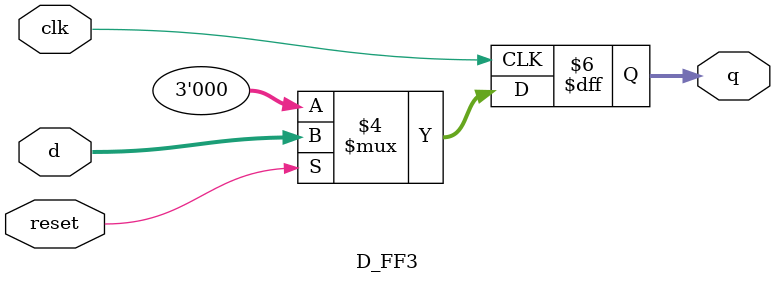
<source format=v>
module D_FF3 # (parameter port = 3) (d, q, clk, reset);

    input [port-1:0] d;
    input clk, reset;
    output reg [port-1:0] q;

    always @ (posedge clk)
    begin
        if(!reset)
            q <= 'd0;
        else
            q <= d; // On clk edge, capture input data
    end

endmodule
</source>
